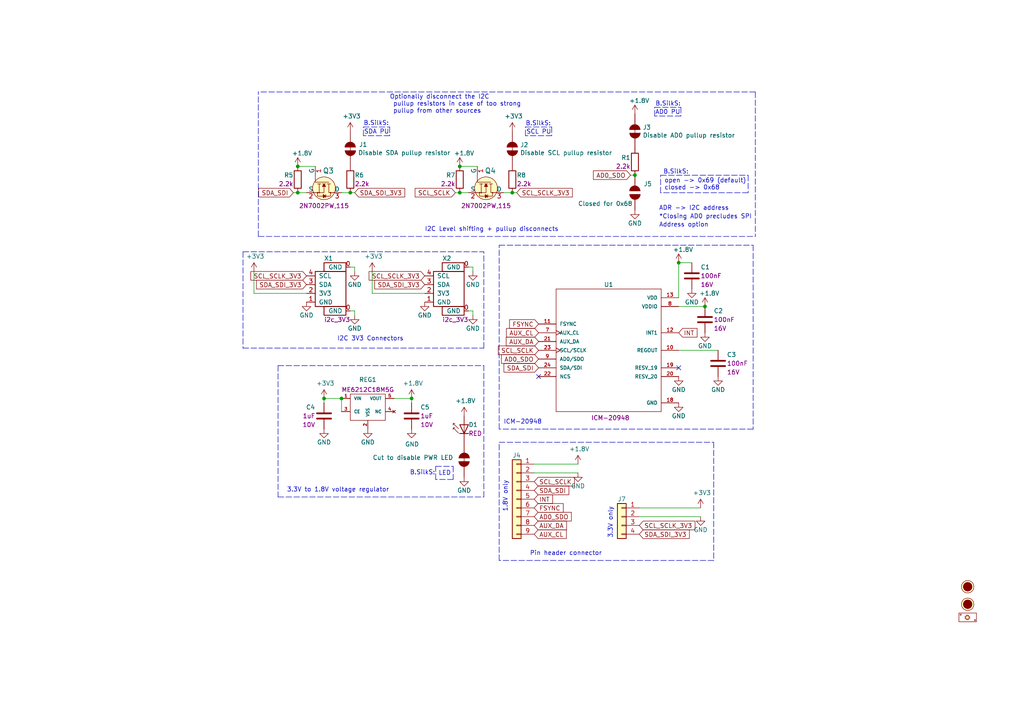
<source format=kicad_sch>
(kicad_sch (version 20211123) (generator eeschema)
  (paper "A4")
  (title_block (title "ICM-20948 module") (date "2020-10-29") (rev "0.1") (company "GroundStudio.ro") (comment 1 "Schematic: Victor"))
  (lib_symbols
    (symbol "GS_Local:+1.8V" (power) (pin_names (offset 0))
      (property "Value" "+1.8V" (at 0 3.556 0))
      (symbol "+1.8V_0_1"
        (polyline (pts (xy -0.762 1.27) (xy 0 2.54)))
        (polyline (pts (xy 0 0) (xy 0 2.54)))
        (polyline (pts (xy 0 2.54) (xy 0.762 1.27)))
      )
      (symbol "+1.8V_1_1"
        (pin power_in line (at 0 0 90) (length 0) hide (name "+1.8V") (number "1"))
      )
    )
    (symbol "GS_Local:+3V3" (power) (pin_names (offset 0))
      (property "Value" "+3V3" (at 0 3.556 0))
      (symbol "+3V3_0_1"
        (polyline (pts (xy -0.762 1.27) (xy 0 2.54)))
        (polyline (pts (xy 0 0) (xy 0 2.54)))
        (polyline (pts (xy 0 2.54) (xy 0.762 1.27)))
      )
      (symbol "+3V3_1_1"
        (pin power_in line (at 0 0 90) (length 0) hide (name "+3V3") (number "1"))
      )
    )
    (symbol "GS_Local:2N7002PW" (pin_names (offset 0))
      (property "Reference" "Q" (at -2.6924 3.6322 0))
      (property "Value" "2N7002PW" (at 3.4544 0 90))
      (symbol "2N7002PW_0_1"
        (circle (center -1.27 0) (radius 3.302) (fill (type background)))
        (circle (center 0 -1.905) (radius 0.127))
        (circle (center 0 -1.397) (radius 0.127))
        (polyline (pts (xy 0 -1.397) (xy -2.54 -1.397)))
        (polyline (pts (xy -5.08 -2.54) (xy -3.048 -2.54) (xy -3.048 1.397)))
        (polyline (pts (xy 0 -2.54) (xy 0 0) (xy -2.54 0)))
        (polyline (pts (xy 0 2.54) (xy 0 1.397) (xy -2.54 1.397)))
        (polyline (pts (xy -0.127 -1.905) (xy 1.016 -1.905) (xy 1.016 1.397) (xy 1.016 1.905) (xy -0.127 1.905)))
        (circle (center 0 1.905) (radius 0.127))
      )
      (symbol "2N7002PW_1_1"
        (polyline (pts (xy -2.54 -1.397) (xy -2.54 -1.905)))
        (polyline (pts (xy -2.54 -1.397) (xy -2.54 -0.889)))
        (polyline (pts (xy -2.54 0) (xy -2.54 -0.508)))
        (polyline (pts (xy -2.54 0) (xy -2.54 0.508)))
        (polyline (pts (xy -2.54 1.905) (xy -2.54 0.889)))
        (polyline (pts (xy 1.524 0.508) (xy 0.508 0.508)))
        (polyline (pts (xy -2.54 0) (xy -1.778 0.508) (xy -1.778 -0.508) (xy -2.54 0)) (fill (type outline)))
        (polyline (pts (xy 1.016 0.508) (xy 0.508 -0.254) (xy 1.524 -0.254) (xy 1.016 0.508)) (fill (type outline)))
        (pin input line (at -7.62 -2.54 0) (length 2.54) (name "G") (number "1"))
        (pin input line (at 0 -5.08 90) (length 2.54) (name "S") (number "2"))
        (pin output line (at 0 5.08 270) (length 2.54) (name "D") (number "3"))
      )
    )
    (symbol "GS_Local:C" (pin_numbers hide) (pin_names (offset 0.254))
      (property "Reference" "C" (at 0.635 2.54 0))
      (property "Value" "C" (at 0.635 -2.54 0))
      (symbol "C_0_1"
        (polyline (pts (xy -2.032 -0.762) (xy 2.032 -0.762)) (stroke (width 0.508)))
        (polyline (pts (xy -2.032 0.762) (xy 2.032 0.762)) (stroke (width 0.508)))
      )
      (symbol "C_1_1"
        (pin passive line (at 0 3.81 270) (length 2.794) (name "~") (number "1"))
        (pin passive line (at 0 -3.81 90) (length 2.794) (name "~") (number "2"))
      )
    )
    (symbol "GS_Local:Conn_01x04" (pin_names (offset 1.016) hide)
      (property "Reference" "J" (at 0 5.08 0))
      (property "Value" "Conn_01x04" (at 0 -7.62 0))
      (symbol "Conn_01x04_1_1"
        (rectangle (start -1.27 -4.953) (end 0 -5.207) (stroke (width 0.1524)))
        (rectangle (start -1.27 -2.413) (end 0 -2.667) (stroke (width 0.1524)))
        (rectangle (start -1.27 0.127) (end 0 -0.127) (stroke (width 0.1524)))
        (rectangle (start -1.27 2.667) (end 0 2.413) (stroke (width 0.1524)))
        (rectangle (start -1.27 3.81) (end 1.27 -6.35) (stroke (width 0.254)) (fill (type background)))
        (pin passive line (at -5.08 2.54 0) (length 3.81) (name "Pin_1") (number "1"))
        (pin passive line (at -5.08 0 0) (length 3.81) (name "Pin_2") (number "2"))
        (pin passive line (at -5.08 -2.54 0) (length 3.81) (name "Pin_3") (number "3"))
        (pin passive line (at -5.08 -5.08 0) (length 3.81) (name "Pin_4") (number "4"))
      )
    )
    (symbol "GS_Local:Conn_01x09" (pin_names (offset 1.016) hide)
      (property "Reference" "J" (at 0 12.7 0))
      (property "Value" "Conn_01x09" (at 0 -12.7 0))
      (symbol "Conn_01x09_1_1"
        (rectangle (start -1.27 -10.033) (end 0 -10.287) (stroke (width 0.1524)))
        (rectangle (start -1.27 -7.493) (end 0 -7.747) (stroke (width 0.1524)))
        (rectangle (start -1.27 -4.953) (end 0 -5.207) (stroke (width 0.1524)))
        (rectangle (start -1.27 -2.413) (end 0 -2.667) (stroke (width 0.1524)))
        (rectangle (start -1.27 0.127) (end 0 -0.127) (stroke (width 0.1524)))
        (rectangle (start -1.27 2.667) (end 0 2.413) (stroke (width 0.1524)))
        (rectangle (start -1.27 5.207) (end 0 4.953) (stroke (width 0.1524)))
        (rectangle (start -1.27 7.747) (end 0 7.493) (stroke (width 0.1524)))
        (rectangle (start -1.27 10.287) (end 0 10.033) (stroke (width 0.1524)))
        (rectangle (start -1.27 11.43) (end 1.27 -11.43) (stroke (width 0.254)) (fill (type background)))
        (pin passive line (at -5.08 10.16 0) (length 3.81) (name "Pin_1") (number "1"))
        (pin passive line (at -5.08 7.62 0) (length 3.81) (name "Pin_2") (number "2"))
        (pin passive line (at -5.08 5.08 0) (length 3.81) (name "Pin_3") (number "3"))
        (pin passive line (at -5.08 2.54 0) (length 3.81) (name "Pin_4") (number "4"))
        (pin passive line (at -5.08 0 0) (length 3.81) (name "Pin_5") (number "5"))
        (pin passive line (at -5.08 -2.54 0) (length 3.81) (name "Pin_6") (number "6"))
        (pin passive line (at -5.08 -5.08 0) (length 3.81) (name "Pin_7") (number "7"))
        (pin passive line (at -5.08 -7.62 0) (length 3.81) (name "Pin_8") (number "8"))
        (pin passive line (at -5.08 -10.16 0) (length 3.81) (name "Pin_9") (number "9"))
      )
    )
    (symbol "GS_Local:DY-IR333C-A" (pin_numbers hide) (pin_names (offset 1.016) hide)
      (property "Reference" "D" (at 0.508 1.778 0))
      (property "Value" "DY-IR333C-A" (at -1.016 -2.794 0))
      (symbol "DY-IR333C-A_0_1"
        (polyline (pts (xy -2.54 1.27) (xy -2.54 -1.27)) (stroke (width 0.254)))
        (polyline (pts (xy 0 0) (xy -2.54 0)))
        (polyline (pts (xy 0.381 3.175) (xy -0.127 3.175)))
        (polyline (pts (xy -1.143 1.651) (xy 0.381 3.175) (xy 0.381 2.667)))
        (polyline (pts (xy 0 -1.27) (xy -2.54 0) (xy 0 1.27) (xy 0 -1.27)) (stroke (width 0.254)))
        (polyline (pts (xy -2.413 1.651) (xy -0.889 3.175) (xy -0.889 2.667) (xy -0.889 3.175) (xy -1.397 3.175)))
      )
      (symbol "DY-IR333C-A_1_1"
        (pin passive line (at -5.08 0 0) (length 2.54) (name "K") (number "1"))
        (pin passive line (at 2.54 0 180) (length 2.54) (name "A") (number "2"))
      )
    )
    (symbol "GS_Local:Fiducial" (pin_numbers hide) (pin_names (offset 0) hide)
      (property "Value" "Fiducial" (at 0 2.54 0))
      (symbol "Fiducial_0_1"
        (circle (center 0 0) (radius 1.27) (fill (type outline)))
        (circle (center 0 0) (radius 1.8034) (fill (type background)))
      )
    )
    (symbol "GS_Local:GND" (power) (pin_names (offset 0))
      (property "Value" "GND" (at 0 -3.81 0))
      (symbol "GND_0_1"
        (polyline (pts (xy 0 0) (xy 0 -1.27) (xy 1.27 -1.27) (xy 0 -2.54) (xy -1.27 -1.27) (xy 0 -1.27)))
      )
      (symbol "GND_1_1"
        (pin power_in line (at 0 0 270) (length 0) hide (name "GND") (number "1"))
      )
    )
    (symbol "GS_Local:ICM-20948" (pin_names (offset 1.016))
      (property "Reference" "U" (at -15.2654 18.3134 0))
      (property "Value" "ICM-20948" (at -15.2654 -20.3454 0))
      (symbol "ICM-20948_0_0"
        (polyline (pts (xy -15.24 -17.78) (xy 15.24 -17.78)) (stroke (width 0.1524)))
        (polyline (pts (xy -15.24 17.78) (xy -15.24 -17.78)) (stroke (width 0.1524)))
        (polyline (pts (xy 15.24 -17.78) (xy 15.24 17.78)) (stroke (width 0.1524)))
        (polyline (pts (xy 15.24 17.78) (xy -15.24 17.78)) (stroke (width 0.1524)))
        (pin output line (at 20.32 0 180) (length 5.08) (name "REGOUT") (number "10"))
        (pin input line (at -20.32 7.62 0) (length 5.08) (name "FSYNC") (number "11"))
        (pin output line (at 20.32 5.08 180) (length 5.08) (name "INT1") (number "12"))
        (pin power_in line (at 20.32 15.24 180) (length 5.08) (name "VDD") (number "13"))
        (pin power_in line (at 20.32 -15.24 180) (length 5.08) (name "GND") (number "18"))
        (pin passive line (at 20.32 -5.08 180) (length 5.08) (name "RESV_19") (number "19"))
        (pin passive line (at 20.32 -7.62 180) (length 5.08) (name "RESV_20") (number "20"))
        (pin input line (at -20.32 2.54 0) (length 5.08) (name "AUX_DA") (number "21"))
        (pin input line (at -20.32 -7.62 0) (length 5.08) (name "NCS") (number "22"))
        (pin input clock (at -20.32 0 0) (length 5.08) (name "SCL/SCLK") (number "23"))
        (pin bidirectional line (at -20.32 -5.08 0) (length 5.08) (name "SDA/SDI") (number "24"))
        (pin input clock (at -20.32 5.08 0) (length 5.08) (name "AUX_CL") (number "7"))
        (pin power_in line (at 20.32 12.7 180) (length 5.08) (name "VDDIO") (number "8"))
        (pin output line (at -20.32 -2.54 0) (length 5.08) (name "AD0/SDO") (number "9"))
      )
    )
    (symbol "GS_Local:ME6212C18M5G" (pin_names (offset 1.016))
      (property "Reference" "REG" (at 2.54 -5.08 0))
      (property "Value" "ME6212C18M5G" (at 0 5.08 0))
      (symbol "ME6212C18M5G_0_1"
        (rectangle (start -5.08 3.81) (end 5.08 -3.81))
      )
      (symbol "ME6212C18M5G_1_1"
        (pin power_in line (at -7.62 2.54 0) (length 2.54) (name "VIN") (number "1"))
        (pin power_in line (at 0 -6.35 90) (length 2.54) (name "VSS") (number "2"))
        (pin power_in line (at -7.62 -1.27 0) (length 2.54) (name "CE") (number "3"))
        (pin no_connect line (at 7.62 -1.27 180) (length 2.54) (name "NC") (number "4"))
        (pin power_out line (at 7.62 2.54 180) (length 2.54) (name "VOUT") (number "5"))
      )
    )
    (symbol "GS_Local:PCB" (pin_names (offset 1.016))
      (symbol "PCB_0_1"
        (rectangle (start -2.54 1.27) (end 2.54 -1.27))
        (circle (center -2.032 0.7874) (radius 0.1778) (fill (type background)))
        (rectangle (start -0.5334 0.4318) (end 0.381 -0.4826) (fill (type background)))
        (polyline (pts (xy -0.254 -0.4826) (xy -0.254 -0.7874)))
        (polyline (pts (xy 0.1016 -0.5334) (xy 0.1016 -0.8128)))
        (polyline (pts (xy 0.381 0.1524) (xy 0.6604 0.1524)))
        (polyline (pts (xy 0.4064 -0.2032) (xy 0.6858 -0.2032)))
      )
      (symbol "PCB_1_1"
        (polyline (pts (xy -0.8636 -0.2032) (xy -0.5842 -0.2032)))
        (polyline (pts (xy -0.8636 0.2032) (xy -0.5842 0.2032)))
        (polyline (pts (xy -0.254 0.508) (xy -0.254 0.7874)))
        (polyline (pts (xy 0.1016 0.508) (xy 0.1016 0.7874)))
        (circle (center 2.1082 -0.8128) (radius 0.1778) (fill (type background)))
      )
    )
    (symbol "GS_Local:R" (pin_numbers hide) (pin_names (offset 0))
      (property "Reference" "R" (at 2.032 0 90))
      (property "Value" "R" (at 0 0 90))
      (symbol "R_0_1"
        (rectangle (start -1.016 -2.54) (end 1.016 2.54) (stroke (width 0.254)))
      )
      (symbol "R_1_1"
        (pin passive line (at 0 3.81 270) (length 1.27) (name "~") (number "1"))
        (pin passive line (at 0 -3.81 90) (length 1.27) (name "~") (number "2"))
      )
    )
    (symbol "GS_Local:SolderJumper_NC" (pin_numbers hide) (pin_names (offset 0) hide)
      (property "Reference" "J" (at 0 10.16 0))
      (property "Value" "SolderJumper_NC" (at 3.81 0 90))
      (symbol "SolderJumper_NC_0_1"
        (polyline (pts (xy 1.524 0.508) (xy -1.524 0.508)))
        (polyline (pts (xy 0 0.6604) (xy 0 -0.6096) (xy 0.0508 -0.7112)))
        (arc (start 1.4986 0.508) (mid -0.0254 1.982) (end -1.5494 0.508) (fill (type outline)))
      )
      (symbol "SolderJumper_NC_1_1"
        (arc (start -1.4986 -0.508) (mid 0.0254 -1.982) (end 1.5494 -0.508) (fill (type outline)))
        (polyline (pts (xy -1.524 -0.508) (xy 1.524 -0.508)))
        (pin passive line (at 0 5.08 270) (length 2.9972) (name "1") (number "1"))
        (pin passive line (at 0 -5.08 90) (length 2.9972) (name "2") (number "2"))
      )
    )
    (symbol "GS_Local:SolderJumper_NO" (pin_numbers hide) (pin_names (offset 0) hide)
      (property "Reference" "J" (at 0 10.16 0))
      (property "Value" "SolderJumper_NO" (at 3.81 0 90))
      (symbol "SolderJumper_NO_0_1"
        (polyline (pts (xy 1.524 0.508) (xy -1.524 0.508)))
        (arc (start 1.4986 0.508) (mid -0.0254 1.982) (end -1.5494 0.508) (fill (type outline)))
      )
      (symbol "SolderJumper_NO_1_1"
        (arc (start -1.4986 -0.508) (mid 0.0254 -1.982) (end 1.5494 -0.508) (fill (type outline)))
        (polyline (pts (xy -1.524 -0.508) (xy 1.524 -0.508)))
        (pin passive line (at 0 5.08 270) (length 2.9972) (name "1") (number "1"))
        (pin passive line (at 0 -5.08 90) (length 2.9972) (name "2") (number "2"))
      )
    )
    (symbol "GS_Local:i2c_3V3" (pin_names (offset 1.016))
      (property "Value" "i2c_3V3" (at -6.35 7.62 0))
      (symbol "i2c_3V3_0_1"
        (rectangle (start -3.81 5.08) (end 5.08 -5.08) (stroke (width 0.254)))
        (rectangle (start 5.08 -5.08) (end -1.27 -7.62) (stroke (width 0.254)))
        (rectangle (start 5.08 5.08) (end -1.27 7.62) (stroke (width 0.254)))
      )
      (symbol "i2c_3V3_1_1"
        (pin input line (at 6.35 -6.35 180) (length 1.27) (name "GND") (number "0"))
        (pin input line (at 6.35 6.35 180) (length 1.27) (name "GND") (number "0"))
        (pin power_in line (at -6.35 -3.81 0) (length 2.54) (name "GND") (number "1"))
        (pin power_in line (at -6.35 -1.27 0) (length 2.54) (name "3V3") (number "2"))
        (pin bidirectional line (at -6.35 1.27 0) (length 2.54) (name "SDA") (number "3"))
        (pin bidirectional line (at -6.35 3.81 0) (length 2.54) (name "SCL") (number "4"))
      )
    )
  )
  (junction (at 86.36 48.26))
  (junction (at 204.47 88.9))
  (junction (at 101.6 55.88))
  (junction (at 196.85 76.2))
  (junction (at 148.59 55.88))
  (junction (at 184.15 50.8))
  (junction (at 133.35 48.26))
  (junction (at 99.06 115.57))
  (junction (at 86.36 55.88))
  (junction (at 119.38 115.57))
  (junction (at 93.98 115.57))
  (junction (at 133.35 55.88))
  (no_connect (at 156.21 109.22))
  (no_connect (at 196.85 106.68))
  (wire (pts (xy 99.06 55.88) (xy 101.6 55.88)))
  (wire (pts (xy 91.44 48.26) (xy 86.36 48.26)))
  (wire (pts (xy 73.66 85.09) (xy 88.9 85.09)))
  (wire (pts (xy 135.89 90.17) (xy 137.16 90.17)))
  (polyline (pts (xy 80.645 106.045) (xy 140.335 106.045)))
  (polyline (pts (xy 216.9922 50.8254) (xy 216.9922 55.9054)))
  (wire (pts (xy 114.3 115.57) (xy 119.38 115.57)))
  (wire (pts (xy 73.66 78.74) (xy 73.66 85.09)))
  (polyline (pts (xy 80.645 106.045) (xy 80.645 144.145)))
  (wire (pts (xy 167.64 137.16) (xy 154.94 137.16)))
  (wire (pts (xy 200.66 76.2) (xy 196.85 76.2)))
  (polyline (pts (xy 126.365 139.065) (xy 126.365 135.255)))
  (polyline (pts (xy 144.78 124.46) (xy 144.78 71.12)))
  (polyline (pts (xy 131.445 139.065) (xy 126.365 139.065)))
  (wire (pts (xy 182.88 50.8) (xy 184.15 50.8)))
  (wire (pts (xy 138.43 48.26) (xy 133.35 48.26)))
  (wire (pts (xy 99.06 119.38) (xy 99.06 115.57)))
  (wire (pts (xy 133.35 55.88) (xy 135.89 55.88)))
  (wire (pts (xy 107.95 85.09) (xy 123.19 85.09)))
  (polyline (pts (xy 191.5922 55.9054) (xy 191.5922 50.8254)))
  (wire (pts (xy 102.87 77.47) (xy 102.87 78.74)))
  (polyline (pts (xy 189.865 31.115) (xy 197.485 31.115)))
  (polyline (pts (xy 197.485 33.655) (xy 189.865 33.655)))
  (polyline (pts (xy 105.41 39.37) (xy 105.41 36.83)))
  (wire (pts (xy 196.85 101.6) (xy 208.28 101.6)))
  (wire (pts (xy 137.16 90.17) (xy 137.16 91.44)))
  (wire (pts (xy 85.09 55.88) (xy 86.36 55.88)))
  (wire (pts (xy 99.06 115.57) (xy 93.98 115.57)))
  (polyline (pts (xy 219.075 26.67) (xy 219.075 68.58)))
  (wire (pts (xy 135.89 77.47) (xy 137.16 77.47)))
  (polyline (pts (xy 191.5922 50.8254) (xy 216.9922 50.8254)))
  (wire (pts (xy 86.36 55.88) (xy 88.9 55.88)))
  (wire (pts (xy 137.16 77.47) (xy 137.16 78.74)))
  (wire (pts (xy 93.98 116.84) (xy 93.98 115.57)))
  (polyline (pts (xy 207.01 128.27) (xy 207.01 162.56)))
  (polyline (pts (xy 70.485 73.025) (xy 70.485 100.965)))
  (polyline (pts (xy 140.335 144.145) (xy 140.335 106.045)))
  (wire (pts (xy 101.6 77.47) (xy 102.87 77.47)))
  (polyline (pts (xy 113.03 39.37) (xy 105.41 39.37)))
  (polyline (pts (xy 144.78 128.27) (xy 207.01 128.27)))
  (polyline (pts (xy 189.865 33.655) (xy 189.865 31.115)))
  (polyline (pts (xy 70.485 73.025) (xy 140.335 73.025)))
  (polyline (pts (xy 152.4 39.37) (xy 152.4 36.83)))
  (polyline (pts (xy 160.02 36.83) (xy 160.02 39.37)))
  (wire (pts (xy 154.94 134.62) (xy 167.64 134.62)))
  (polyline (pts (xy 126.365 135.255) (xy 131.445 135.255)))
  (polyline (pts (xy 197.485 31.115) (xy 197.485 33.655)))
  (polyline (pts (xy 219.075 26.67) (xy 74.93 26.67)))
  (polyline (pts (xy 207.01 162.56) (xy 144.78 162.56)))
  (polyline (pts (xy 160.02 39.37) (xy 152.4 39.37)))
  (polyline (pts (xy 70.485 100.965) (xy 140.335 100.965)))
  (wire (pts (xy 185.42 147.32) (xy 203.2 147.32)))
  (wire (pts (xy 196.85 86.36) (xy 196.85 76.2)))
  (wire (pts (xy 196.85 88.9) (xy 204.47 88.9)))
  (polyline (pts (xy 144.78 71.12) (xy 218.44 71.12)))
  (polyline (pts (xy 131.445 135.255) (xy 131.445 139.065)))
  (polyline (pts (xy 144.78 162.56) (xy 144.78 128.27)))
  (polyline (pts (xy 105.41 36.83) (xy 113.03 36.83)))
  (wire (pts (xy 102.87 90.17) (xy 102.87 91.44)))
  (wire (pts (xy 132.08 55.88) (xy 133.35 55.88)))
  (wire (pts (xy 101.6 90.17) (xy 102.87 90.17)))
  (wire (pts (xy 149.86 55.88) (xy 148.59 55.88)))
  (polyline (pts (xy 140.335 100.965) (xy 140.335 73.025)))
  (wire (pts (xy 146.05 55.88) (xy 148.59 55.88)))
  (polyline (pts (xy 218.44 124.46) (xy 144.78 124.46)))
  (polyline (pts (xy 74.93 68.58) (xy 219.075 68.58)))
  (wire (pts (xy 119.38 116.84) (xy 119.38 115.57)))
  (wire (pts (xy 185.42 149.86) (xy 203.2 149.86)))
  (polyline (pts (xy 218.44 71.12) (xy 218.44 124.46)))
  (wire (pts (xy 101.6 55.88) (xy 102.87 55.88)))
  (polyline (pts (xy 80.645 144.145) (xy 140.335 144.145)))
  (polyline (pts (xy 113.03 36.83) (xy 113.03 39.37)))
  (wire (pts (xy 107.95 78.74) (xy 107.95 85.09)))
  (polyline (pts (xy 152.4 36.83) (xy 160.02 36.83)))
  (polyline (pts (xy 74.93 68.58) (xy 74.93 26.67)))
  (polyline (pts (xy 216.9922 55.9054) (xy 191.5922 55.9054)))
  (text "LED" (at 127.1778 138.049 0) (effects (font (size 1.27 1.27)) (justify left bottom)))
  (text "I2C 3V3 Connectors" (at 97.79 99.06 0) (effects (font (size 1.27 1.27)) (justify left bottom)))
  (text "3.3V only" (at 177.8 156.21 90) (effects (font (size 1.27 1.27)) (justify left bottom)))
  (text "B.SilkS:" (at 118.8466 137.8966 0) (effects (font (size 1.27 1.27)) (justify left bottom)))
  (text "B.SilkS:" (at 152.4254 36.6522 0) (effects (font (size 1.27 1.27)) (justify left bottom)))
  (text "Address option\n" (at 191.135 66.04 0) (effects (font (size 1.27 1.27)) (justify left bottom)))
  (text "AD0 PU" (at 190.0174 33.3756 0) (effects (font (size 1.27 1.27)) (justify left bottom)))
  (text "SDA PU" (at 105.5624 39.0652 0) (effects (font (size 1.27 1.27)) (justify left bottom)))
  (text "SCL PU" (at 152.6286 39.0906 0) (effects (font (size 1.27 1.27)) (justify left bottom)))
  (text "open -> 0x69 (default)\nclosed -> 0x68" (at 192.6844 55.2704 0) (effects (font (size 1.27 1.27)) (justify left bottom)))
  (text "Optionally disconnect the I2C\n pullup resistors in case of too strong\n pullup from other sources\n" (at 113.03 33.02 0) (effects (font (size 1.27 1.27)) (justify left bottom)))
  (text "B.SilkS:" (at 192.3542 50.6476 0) (effects (font (size 1.27 1.27)) (justify left bottom)))
  (text "3.3V to 1.8V voltage regulator" (at 83.185 142.875 0) (effects (font (size 1.27 1.27)) (justify left bottom)))
  (text "*Closing AD0 precludes SPI" (at 191.1604 63.6524 0) (effects (font (size 1.27 1.27)) (justify left bottom)))
  (text "ADR -> I2C address" (at 191.1096 61.1886 0) (effects (font (size 1.27 1.27)) (justify left bottom)))
  (text "ICM-20948\n" (at 146.05 123.19 0) (effects (font (size 1.27 1.27)) (justify left bottom)))
  (text "I2C Level shifting + pullup disconnects\n" (at 123.19 67.31 0) (effects (font (size 1.27 1.27)) (justify left bottom)))
  (text "B.SilkS:" (at 105.4354 36.576 0) (effects (font (size 1.27 1.27)) (justify left bottom)))
  (text "Pin header connector" (at 153.67 161.29 0) (effects (font (size 1.27 1.27)) (justify left bottom)))
  (text "1.8V only" (at 147.32 148.59 90) (effects (font (size 1.27 1.27)) (justify left bottom)))
  (text "B.SilkS:" (at 190.0682 30.9372 0) (effects (font (size 1.27 1.27)) (justify left bottom)))
  (global_label "FSYNC" (shape input) (at 154.94 147.32 0) (property "Intersheet References" "${INTERSHEET_REFS}" (effects hide)))
  (global_label "FSYNC" (shape input) (at 156.21 93.98 180) (property "Intersheet References" "${INTERSHEET_REFS}" (effects hide)))
  (global_label "SDA_SDI_3V3" (shape input) (at 185.42 154.94 0) (property "Intersheet References" "${INTERSHEET_REFS}" (effects hide)))
  (global_label "SDA_SDI" (shape input) (at 154.94 142.24 0) (property "Intersheet References" "${INTERSHEET_REFS}" (effects hide)))
  (global_label "SCL_SCLK_3V3" (shape input) (at 123.19 80.01 180) (property "Intersheet References" "${INTERSHEET_REFS}" (effects hide)))
  (global_label "SDA_SDI" (shape input) (at 156.21 106.68 180) (property "Intersheet References" "${INTERSHEET_REFS}" (effects hide)))
  (global_label "SCL_SCLK" (shape input) (at 156.21 101.6 180) (property "Intersheet References" "${INTERSHEET_REFS}" (effects hide)))
  (global_label "SCL_SCLK" (shape input) (at 154.94 139.7 0) (property "Intersheet References" "${INTERSHEET_REFS}" (effects hide)))
  (global_label "SCL_SCLK" (shape input) (at 132.08 55.88 180) (property "Intersheet References" "${INTERSHEET_REFS}" (effects hide)))
  (global_label "SDA_SDI" (shape input) (at 85.09 55.88 180) (property "Intersheet References" "${INTERSHEET_REFS}" (effects hide)))
  (global_label "AUX_CL" (shape input) (at 156.21 96.52 180) (property "Intersheet References" "${INTERSHEET_REFS}" (effects hide)))
  (global_label "SCL_SCLK_3V3" (shape input) (at 185.42 152.4 0) (property "Intersheet References" "${INTERSHEET_REFS}" (effects hide)))
  (global_label "SDA_SDI_3V3" (shape input) (at 102.87 55.88 0) (property "Intersheet References" "${INTERSHEET_REFS}" (effects hide)))
  (global_label "AD0_SDO" (shape input) (at 182.88 50.8 180) (property "Intersheet References" "${INTERSHEET_REFS}" (effects hide)))
  (global_label "AUX_DA" (shape input) (at 156.21 99.06 180) (property "Intersheet References" "${INTERSHEET_REFS}" (effects hide)))
  (global_label "INT" (shape input) (at 154.94 144.78 0) (property "Intersheet References" "${INTERSHEET_REFS}" (effects hide)))
  (global_label "SDA_SDI_3V3" (shape input) (at 123.19 82.55 180) (property "Intersheet References" "${INTERSHEET_REFS}" (effects hide)))
  (global_label "SCL_SCLK_3V3" (shape input) (at 149.86 55.88 0) (property "Intersheet References" "${INTERSHEET_REFS}" (effects hide)))
  (global_label "AD0_SDO" (shape input) (at 156.21 104.14 180) (property "Intersheet References" "${INTERSHEET_REFS}" (effects hide)))
  (global_label "INT" (shape input) (at 196.85 96.52 0) (property "Intersheet References" "${INTERSHEET_REFS}" (effects hide)))
  (global_label "AD0_SDO" (shape input) (at 154.94 149.86 0) (property "Intersheet References" "${INTERSHEET_REFS}" (effects hide)))
  (global_label "AUX_CL" (shape input) (at 154.94 154.94 0) (property "Intersheet References" "${INTERSHEET_REFS}" (effects hide)))
  (global_label "SDA_SDI_3V3" (shape input) (at 88.9 82.55 180) (property "Intersheet References" "${INTERSHEET_REFS}" (effects hide)))
  (global_label "SCL_SCLK_3V3" (shape input) (at 88.9 80.01 180) (property "Intersheet References" "${INTERSHEET_REFS}" (effects hide)))
  (global_label "AUX_DA" (shape input) (at 154.94 152.4 0) (property "Intersheet References" "${INTERSHEET_REFS}" (effects hide)))
  (symbol (lib_id "GS_Local:C") (at 200.66 80.01 0) (unit 1)
    (property "Reference" "C1" (at 203.2 77.47 0) (effects (justify left)))
    (property "Value" "C_0402_100nF_16V" (effects hide))
    (property "Footprint" "GS_Local:C_0402" (effects hide))
    (property "Datasheet" "https://datasheet.lcsc.com/lcsc/1811011928_Walsin-Tech-Corp-0402B104K160CT_C83056.pdf" (effects hide))
    (property "MPN" "0402B104K160CT" (effects hide))
    (property "LCSC" "C83056" (effects hide))
    (property "Capacitance" "100nF" (at 203.2 80.01 0) (effects (justify left)))
    (property "Rated voltage" "16V" (at 203.2 82.55 0) (effects (justify left)))
  )
  (symbol (lib_id "GS_Local:C") (at 204.47 92.71 0) (unit 1)
    (property "Reference" "C2" (at 207.01 90.17 0) (effects (justify left)))
    (property "Value" "C_0402_100nF_16V" (effects hide))
    (property "Footprint" "GS_Local:C_0402" (effects hide))
    (property "Datasheet" "https://datasheet.lcsc.com/lcsc/1811011928_Walsin-Tech-Corp-0402B104K160CT_C83056.pdf" (effects hide))
    (property "MPN" "0402B104K160CT" (effects hide))
    (property "LCSC" "C83056" (effects hide))
    (property "Capacitance" "100nF" (at 207.01 92.71 0) (effects (justify left)))
    (property "Rated voltage" "16V" (at 207.01 95.25 0) (effects (justify left)))
  )
  (symbol (lib_id "GS_Local:GND") (at 200.66 83.82 0) (unit 1)
    (property "Reference" "#PWR0101" (effects hide))
    (property "Value" "GND" (at 200.66 87.63 0))
  )
  (symbol (lib_id "GS_Local:GND") (at 204.47 96.52 0) (unit 1)
    (property "Reference" "#PWR0102" (effects hide))
    (property "Value" "GND" (at 204.47 100.33 0))
  )
  (symbol (lib_id "GS_Local:C") (at 119.38 120.65 0) (unit 1)
    (property "Reference" "C5" (at 121.92 118.11 0) (effects (justify left)))
    (property "Value" "C_0402_1uF_10V" (effects hide))
    (property "Footprint" "GS_Local:C_0402" (effects hide))
    (property "Datasheet" "https://datasheet.lcsc.com/szlcsc/2005061106_PSA-Prosperity-Dielectrics-FS15B105K100PKG_C525324.pdf" (effects hide))
    (property "MPN" "FS15B105K100PKG" (effects hide))
    (property "LCSC" "C525324" (effects hide))
    (property "Capacitance" "1uF" (at 121.92 120.65 0) (effects (justify left)))
    (property "Rated voltage" "10V" (at 121.92 123.19 0) (effects (justify left)))
  )
  (symbol (lib_id "GS_Local:C") (at 93.98 120.65 0) (mirror x) (unit 1)
    (property "Reference" "C4" (at 91.44 118.11 0) (effects (justify right)))
    (property "Value" "C_0402_1uF_10V" (effects hide))
    (property "Footprint" "GS_Local:C_0402" (effects hide))
    (property "Datasheet" "https://datasheet.lcsc.com/szlcsc/2005061106_PSA-Prosperity-Dielectrics-FS15B105K100PKG_C525324.pdf" (effects hide))
    (property "MPN" "FS15B105K100PKG" (effects hide))
    (property "LCSC" "C525324" (effects hide))
    (property "Capacitance" "1uF" (at 91.44 120.65 0) (effects (justify right)))
    (property "Rated voltage" "10V" (at 91.44 123.19 0) (effects (justify right)))
  )
  (symbol (lib_id "GS_Local:GND") (at 93.98 124.46 0) (unit 1)
    (property "Reference" "#PWR0103" (effects hide))
    (property "Value" "GND" (at 93.98 128.27 0))
  )
  (symbol (lib_id "GS_Local:GND") (at 119.38 124.46 0) (unit 1)
    (property "Reference" "#PWR0104" (effects hide))
    (property "Value" "GND" (at 119.507 128.8542 0))
  )
  (symbol (lib_id "GS_Local:+1.8V") (at 119.38 115.57 0) (unit 1)
    (property "Reference" "#PWR0106" (effects hide))
    (property "Value" "+1.8V" (at 119.761 111.1758 0))
  )
  (symbol (lib_id "GS_Local:+1.8V") (at 196.85 76.2 0) (unit 1)
    (property "Reference" "#PWR0107" (effects hide))
    (property "Value" "+1.8V" (at 198.12 72.39 0))
  )
  (symbol (lib_id "GS_Local:+1.8V") (at 204.47 88.9 0) (unit 1)
    (property "Reference" "#PWR0108" (effects hide))
    (property "Value" "+1.8V" (at 205.74 85.09 0))
  )
  (symbol (lib_id "GS_Local:C") (at 208.28 105.41 0) (unit 1)
    (property "Reference" "C3" (at 210.82 102.87 0) (effects (justify left)))
    (property "Value" "C_0402_100nF_16V" (effects hide))
    (property "Footprint" "GS_Local:C_0402" (effects hide))
    (property "Datasheet" "https://datasheet.lcsc.com/lcsc/1811011928_Walsin-Tech-Corp-0402B104K160CT_C83056.pdf" (effects hide))
    (property "MPN" "0402B104K160CT" (effects hide))
    (property "LCSC" "C83056" (effects hide))
    (property "Capacitance" "100nF" (at 210.82 105.41 0) (effects (justify left)))
    (property "Rated voltage" "16V" (at 210.82 107.95 0) (effects (justify left)))
  )
  (symbol (lib_id "GS_Local:GND") (at 208.28 109.22 0) (unit 1)
    (property "Reference" "#PWR0109" (effects hide))
    (property "Value" "GND" (at 208.28 113.03 0))
  )
  (symbol (lib_id "GS_Local:GND") (at 196.85 109.22 0) (unit 1)
    (property "Reference" "#PWR0110" (effects hide))
    (property "Value" "GND" (at 196.85 113.03 0))
  )
  (symbol (lib_id "GS_Local:GND") (at 196.85 116.84 0) (unit 1)
    (property "Reference" "#PWR0111" (effects hide))
    (property "Value" "GND" (at 196.85 120.65 0))
  )
  (symbol (lib_id "GS_Local:ICM-20948") (at 176.53 101.6 0) (unit 1)
    (property "Reference" "U1" (at 176.53 82.55 0))
    (property "Value" "QFN-24_ICM-20948" (effects hide))
    (property "Footprint" "GS_Local:QFN-24-0EP_3x3mm_P0.4mm_NO-EP" (effects hide))
    (property "Datasheet" "https://product.tdk.com/system/files/dam/doc/product/sensor/mortion-inertial/imu/data_sheet/ds-000189-icm-20948-v1.3.pdf" (effects hide))
    (property "MPN" "ICM-20948" (at 171.45 121.92 0) (effects (justify left bottom)))
    (property "Mouser" "410-ICM-20948" (effects hide))
  )
  (symbol (lib_id "GS_Local:i2c_3V3") (at 95.25 83.82 0) (unit 1)
    (property "Reference" "X1" (at 93.98 74.93 0) (effects (justify left)))
    (property "Value" "SH_1x04_P1.0_H" (effects hide))
    (property "Footprint" "GS_Local:SH__1x04_P1.00mm_Horizontal" (effects hide))
    (property "Datasheet" "https://datasheet.lcsc.com/szlcsc/1811082116_BOOMELE-Boom-Precision-Elec-C145956_C145956.pdf" (effects hide))
    (property "MPN" "C145956" (effects hide))
    (property "LCSC" "C145956" (effects hide))
    (property "Descript" "0.039\"(1.00mm) 4 SMD,P=1mm Wire To Board" (effects hide))
    (property "~" "i2c_3V3" (at 93.98 92.71 0) (effects (justify left)))
  )
  (symbol (lib_id "GS_Local:DY-IR333C-A") (at 134.62 123.19 90) (unit 1)
    (property "Reference" "D1" (at 135.89 123.19 90) (effects (justify right)))
    (property "Value" "LED_0402_RED" (effects hide))
    (property "Footprint" "GS_Local:LED_0402" (effects hide))
    (property "Datasheet" "https://datasheet.lcsc.com/szlcsc/2009251739_TUOZHAN-TZ-P2-0402RTIA1-0-45T_C779449.pdf" (effects hide))
    (property "MPN" "TZ-P2-0402RTIA1-0.45T" (effects hide))
    (property "LCSC" "C779449" (effects hide))
    (property "Color" "RED" (at 135.89 125.73 90) (effects (justify right)))
  )
  (symbol (lib_id "GS_Local:+1.8V") (at 134.62 120.65 0) (unit 1)
    (property "Reference" "#PWR0112" (effects hide))
    (property "Value" "+1.8V" (at 135.001 116.2558 0))
  )
  (symbol (lib_id "GS_Local:SolderJumper_NC") (at 134.62 133.35 0) (mirror x) (unit 1)
    (property "Reference" "J6" (effects hide))
    (property "Value" "Cut to disable PWR LED" (at 131.445 132.715 0) (effects (justify right)))
    (property "Footprint" "GS_Local:SolderJumper_NC" (effects hide))
  )
  (symbol (lib_id "GS_Local:GND") (at 134.62 138.43 0) (unit 1)
    (property "Reference" "#PWR0113" (effects hide))
    (property "Value" "GND" (at 134.62 142.24 0))
  )
  (symbol (lib_id "GS_Local:2N7002PW") (at 93.98 55.88 270) (unit 1)
    (property "Reference" "Q3" (at 95.25 49.53 90) (effects (font (size 1.524 1.524))))
    (property "Value" "SOT-323 2N7002PW" (effects hide))
    (property "Footprint" "GS_Local:SOT-323_SC-70" (effects hide))
    (property "Datasheet" "https://datasheet.lcsc.com/szlcsc/1809271618_Nexperia-2N7002PW-115_C255579.pdf" (effects hide))
    (property "MPN" "2N7002PW,115" (at 93.98 59.69 90))
    (property "LCSC" "C255579" (effects hide))
  )
  (symbol (lib_id "GS_Local:R") (at 86.36 52.07 0) (mirror x) (unit 1)
    (property "Reference" "R5" (at 85.09 50.8 0) (effects (justify right)))
    (property "Value" "R_0402_2.2k" (effects hide))
    (property "Footprint" "GS_Local:R_0402" (effects hide))
    (property "Datasheet" "https://datasheet.lcsc.com/szlcsc/1811141743_FH-Guangdong-Fenghua-Advanced-Tech-RC-02W2201FT_C258093.pdf" (effects hide))
    (property "MPN" "RC-02W2201FT" (effects hide))
    (property "LCSC" "C258093" (effects hide))
    (property "Resistance" "2.2k" (at 85.09 53.34 0) (effects (justify right)))
  )
  (symbol (lib_id "GS_Local:+1.8V") (at 86.36 48.26 0) (unit 1)
    (property "Reference" "#PWR0117" (effects hide))
    (property "Value" "+1.8V" (at 87.63 44.45 0))
  )
  (symbol (lib_id "GS_Local:R") (at 101.6 52.07 0) (unit 1)
    (property "Reference" "R6" (at 102.87 50.8 0) (effects (justify left)))
    (property "Value" "R_0402_2.2k" (effects hide))
    (property "Footprint" "GS_Local:R_0402" (effects hide))
    (property "Datasheet" "https://datasheet.lcsc.com/szlcsc/1811141743_FH-Guangdong-Fenghua-Advanced-Tech-RC-02W2201FT_C258093.pdf" (effects hide))
    (property "MPN" "RC-02W2201FT" (effects hide))
    (property "LCSC" "C258093" (effects hide))
    (property "Resistance" "2.2k" (at 102.87 53.34 0) (effects (justify left)))
  )
  (symbol (lib_id "GS_Local:2N7002PW") (at 140.97 55.88 270) (unit 1)
    (property "Reference" "Q4" (at 142.24 49.53 90) (effects (font (size 1.524 1.524))))
    (property "Value" "SOT-323 2N7002PW" (effects hide))
    (property "Footprint" "GS_Local:SOT-323_SC-70" (effects hide))
    (property "Datasheet" "https://datasheet.lcsc.com/szlcsc/1809271618_Nexperia-2N7002PW-115_C255579.pdf" (effects hide))
    (property "MPN" "2N7002PW,115" (at 140.97 59.69 90))
    (property "LCSC" "C255579" (effects hide))
  )
  (symbol (lib_id "GS_Local:R") (at 133.35 52.07 0) (mirror x) (unit 1)
    (property "Reference" "R7" (at 132.08 50.8 0) (effects (justify right)))
    (property "Value" "R_0402_2.2k" (effects hide))
    (property "Footprint" "GS_Local:R_0402" (effects hide))
    (property "Datasheet" "https://datasheet.lcsc.com/szlcsc/1811141743_FH-Guangdong-Fenghua-Advanced-Tech-RC-02W2201FT_C258093.pdf" (effects hide))
    (property "MPN" "RC-02W2201FT" (effects hide))
    (property "LCSC" "C258093" (effects hide))
    (property "Resistance" "2.2k" (at 132.08 53.34 0) (effects (justify right)))
  )
  (symbol (lib_id "GS_Local:+1.8V") (at 133.35 48.26 0) (unit 1)
    (property "Reference" "#PWR0118" (effects hide))
    (property "Value" "+1.8V" (at 134.62 44.45 0))
  )
  (symbol (lib_id "GS_Local:R") (at 148.59 52.07 0) (unit 1)
    (property "Reference" "R8" (at 149.86 50.8 0) (effects (justify left)))
    (property "Value" "R_0402_2.2k" (effects hide))
    (property "Footprint" "GS_Local:R_0402" (effects hide))
    (property "Datasheet" "https://datasheet.lcsc.com/szlcsc/1811141743_FH-Guangdong-Fenghua-Advanced-Tech-RC-02W2201FT_C258093.pdf" (effects hide))
    (property "MPN" "RC-02W2201FT" (effects hide))
    (property "LCSC" "C258093" (effects hide))
    (property "Resistance" "2.2k" (at 149.86 53.34 0) (effects (justify left)))
  )
  (symbol (lib_id "GS_Local:SolderJumper_NC") (at 101.6 43.18 0) (unit 1)
    (property "Reference" "J1" (at 104.14 41.91 0) (effects (justify left)))
    (property "Value" "Disable SDA pullup resistor" (at 103.8606 44.323 0) (effects (justify left)))
    (property "Footprint" "GS_Local:SolderJumper_NC" (effects hide))
  )
  (symbol (lib_id "GS_Local:SolderJumper_NC") (at 148.59 43.18 0) (unit 1)
    (property "Reference" "J2" (at 150.8506 42.0116 0) (effects (justify left)))
    (property "Value" "Disable SCL pullup resistor" (at 150.8506 44.323 0) (effects (justify left)))
    (property "Footprint" "GS_Local:SolderJumper_NC" (effects hide))
  )
  (symbol (lib_id "GS_Local:R") (at 184.15 46.99 0) (mirror x) (unit 1)
    (property "Reference" "R1" (at 182.88 45.72 0) (effects (justify right)))
    (property "Value" "R_0402_2.2k" (effects hide))
    (property "Footprint" "GS_Local:R_0402" (effects hide))
    (property "Datasheet" "https://datasheet.lcsc.com/szlcsc/1811141743_FH-Guangdong-Fenghua-Advanced-Tech-RC-02W2201FT_C258093.pdf" (effects hide))
    (property "MPN" "RC-02W2201FT" (effects hide))
    (property "LCSC" "C258093" (effects hide))
    (property "Resistance" "2.2k" (at 182.88 48.26 0) (effects (justify right)))
  )
  (symbol (lib_id "GS_Local:+1.8V") (at 184.15 33.02 0) (unit 1)
    (property "Reference" "#PWR0116" (effects hide))
    (property "Value" "+1.8V" (at 185.42 29.21 0))
  )
  (symbol (lib_id "GS_Local:ME6212C18M5G") (at 106.68 118.11 0) (unit 1)
    (property "Reference" "REG1" (at 106.68 110.109 0))
    (property "Value" "SOT-23-5_ME6212C18M5G" (effects hide))
    (property "Footprint" "GS_Local:SOT-23-5" (effects hide))
    (property "Datasheet" "https://datasheet.lcsc.com/szlcsc/1809031131_MICRONE-Nanjing-Micro-One-Elec-ME6212C18M5G_C236669.pdf" (effects hide))
    (property "MPN" "ME6212C18M5G" (at 106.68 113.03 0))
    (property "LCSC" "C236669" (effects hide))
  )
  (symbol (lib_id "GS_Local:SolderJumper_NC") (at 184.15 38.1 0) (unit 1)
    (property "Reference" "J3" (at 186.4106 36.9316 0) (effects (justify left)))
    (property "Value" "Disable AD0 pullup resistor" (at 186.4106 39.243 0) (effects (justify left)))
    (property "Footprint" "GS_Local:SolderJumper_NC" (effects hide))
  )
  (symbol (lib_id "GS_Local:GND") (at 106.68 124.46 0) (unit 1)
    (property "Reference" "#PWR0114" (effects hide))
    (property "Value" "GND" (at 106.68 128.27 0))
  )
  (symbol (lib_id "GS_Local:i2c_3V3") (at 129.54 83.82 0) (unit 1)
    (property "Reference" "X2" (at 128.27 74.93 0) (effects (justify left)))
    (property "Value" "SH_1x04_P1.0_H" (effects hide))
    (property "Footprint" "GS_Local:SH__1x04_P1.00mm_Horizontal" (effects hide))
    (property "Datasheet" "https://datasheet.lcsc.com/szlcsc/1811082116_BOOMELE-Boom-Precision-Elec-C145956_C145956.pdf" (effects hide))
    (property "MPN" "C145956" (effects hide))
    (property "LCSC" "C145956" (effects hide))
    (property "Descript" "0.039\"(1.00mm) 4 SMD,P=1mm Wire To Board" (effects hide))
    (property "~" "i2c_3V3" (at 128.27 92.71 0) (effects (justify left)))
  )
  (symbol (lib_id "GS_Local:GND") (at 137.16 91.44 0) (unit 1)
    (property "Reference" "#PWR0120" (effects hide))
    (property "Value" "GND" (at 137.16 95.25 0))
  )
  (symbol (lib_id "GS_Local:GND") (at 137.16 78.74 0) (unit 1)
    (property "Reference" "#PWR0121" (effects hide))
    (property "Value" "GND" (at 137.16 82.55 0))
  )
  (symbol (lib_id "GS_Local:GND") (at 123.19 87.63 0) (unit 1)
    (property "Reference" "#PWR0122" (effects hide))
    (property "Value" "GND" (at 123.19 91.44 0))
  )
  (symbol (lib_id "GS_Local:GND") (at 88.9 87.63 0) (unit 1)
    (property "Reference" "#PWR0123" (effects hide))
    (property "Value" "GND" (at 88.9 91.44 0))
  )
  (symbol (lib_id "GS_Local:GND") (at 102.87 91.44 0) (unit 1)
    (property "Reference" "#PWR0124" (effects hide))
    (property "Value" "GND" (at 102.87 95.25 0))
  )
  (symbol (lib_id "GS_Local:GND") (at 102.87 78.74 0) (unit 1)
    (property "Reference" "#PWR0125" (effects hide))
    (property "Value" "GND" (at 102.87 82.55 0))
  )
  (symbol (lib_id "GS_Local:SolderJumper_NO") (at 184.15 55.88 0) (unit 1)
    (property "Reference" "J5" (at 186.69 53.34 0) (effects (justify left)))
    (property "Value" "Closed for 0x68" (at 167.64 59.055 0) (effects (justify left)))
    (property "Footprint" "GS_Local:SolderJumper_NO" (effects hide))
  )
  (symbol (lib_id "GS_Local:GND") (at 184.15 60.96 0) (unit 1)
    (property "Reference" "#PWR0138" (effects hide))
    (property "Value" "GND" (at 184.15 64.77 0))
  )
  (symbol (lib_id "GS_Local:Fiducial") (at 280.67 175.26 0) (unit 1)
    (property "Reference" "FID2" (effects hide))
    (property "Value" "Fiducial" (effects hide))
    (property "Footprint" "GS_Local:Fiducial_0.75mm_Mask1.5mm" (effects hide))
  )
  (symbol (lib_id "GS_Local:Fiducial") (at 280.67 170.18 0) (unit 1)
    (property "Reference" "FID1" (effects hide))
    (property "Value" "Fiducial" (effects hide))
    (property "Footprint" "GS_Local:Fiducial_0.75mm_Mask1.5mm" (effects hide))
  )
  (symbol (lib_id "GS_Local:PCB") (at 280.67 179.07 0) (unit 1)
    (property "Reference" "P1" (effects hide))
    (property "Value" "PCB" (effects hide))
    (property "MPN" "LNGSZO_GS_PCB" (effects hide))
  )
  (symbol (lib_id "GS_Local:Conn_01x04") (at 180.34 149.86 0) (mirror y) (unit 1)
    (property "Reference" "J7" (at 180.34 144.78 0))
    (property "Value" "PinHeader_1x04_P2.54_V_M" (effects hide))
    (property "Footprint" "GS_Local:PinHeader_1x04_P2.54mm_Vertical_Male" (effects hide))
    (property "Datasheet" "https://datasheet.lcsc.com/szlcsc/1912111437_MINTRON-MTP125-1104S1_C358686.pdf" (effects hide))
    (property "MPN" "MTP125-1104S1" (effects hide))
    (property "LCSC" "C358686" (effects hide))
  )
  (symbol (lib_id "GS_Local:+3V3") (at 93.98 115.57 0) (unit 1)
    (property "Reference" "#PWR0105" (effects hide))
    (property "Value" "+3V3" (at 94.361 111.1758 0))
  )
  (symbol (lib_id "GS_Local:+3V3") (at 73.66 78.74 0) (unit 1)
    (property "Reference" "#PWR0115" (effects hide))
    (property "Value" "+3V3" (at 74.041 74.3458 0))
  )
  (symbol (lib_id "GS_Local:+3V3") (at 107.95 78.74 0) (unit 1)
    (property "Reference" "#PWR0119" (effects hide))
    (property "Value" "+3V3" (at 108.331 74.3458 0))
  )
  (symbol (lib_id "GS_Local:+3V3") (at 101.6 38.1 0) (unit 1)
    (property "Reference" "#PWR0126" (effects hide))
    (property "Value" "+3V3" (at 101.981 33.7058 0))
  )
  (symbol (lib_id "GS_Local:+3V3") (at 148.59 38.1 0) (unit 1)
    (property "Reference" "#PWR0127" (effects hide))
    (property "Value" "+3V3" (at 148.971 33.7058 0))
  )
  (symbol (lib_id "GS_Local:+3V3") (at 203.2 147.32 0) (unit 1)
    (property "Reference" "#PWR0130" (effects hide))
    (property "Value" "+3V3" (at 203.581 142.9258 0))
  )
  (symbol (lib_id "GS_Local:GND") (at 203.2 149.86 0) (unit 1)
    (property "Reference" "#PWR0131" (effects hide))
    (property "Value" "GND" (at 203.2 153.67 0))
  )
  (symbol (lib_id "GS_Local:+1.8V") (at 167.64 134.62 0) (unit 1)
    (property "Reference" "#PWR0128" (effects hide))
    (property "Value" "+1.8V" (at 168.021 130.2258 0))
  )
  (symbol (lib_id "GS_Local:GND") (at 167.64 137.16 0) (unit 1)
    (property "Reference" "#PWR0129" (effects hide))
    (property "Value" "GND" (at 167.64 140.97 0))
  )
  (symbol (lib_id "GS_Local:Conn_01x09") (at 149.86 144.78 0) (mirror y) (unit 1)
    (property "Reference" "J4" (at 149.86 132.08 0))
    (property "Value" "PinHeader_1x09_P2.54_V_M" (effects hide))
    (property "Footprint" "GS_Local:PinHeader_1x09_P2.54mm_Vertical_Male" (effects hide))
    (property "Datasheet" "https://datasheet.lcsc.com/szlcsc/2004022132_CJT-Changjiang-Connectors-A2541WV-9P_C225484.pdf" (effects hide))
    (property "MPN" "A2541WV-9P" (effects hide))
    (property "LCSC" "C225484" (effects hide))
  )
)
</source>
